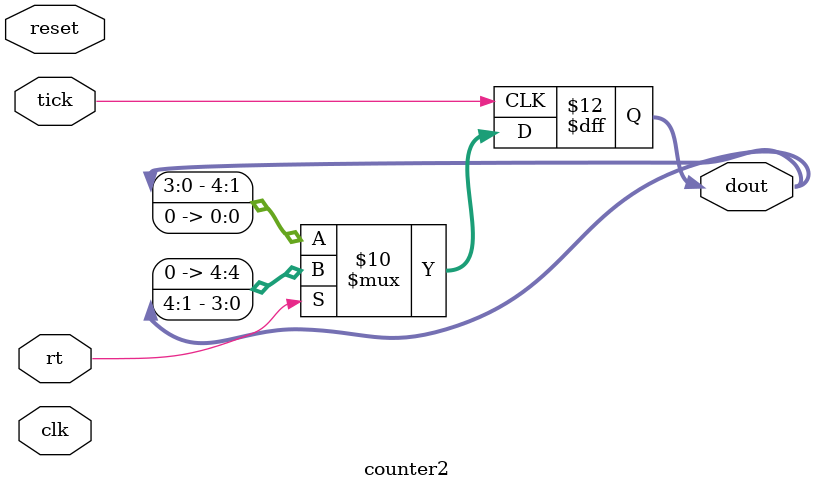
<source format=v>
module counter2(
input wire clk, reset, tick, rt,
output reg [4:0] dout
);

//Setting the initial value of "dout"
initial
begin
dout = 5'b00001;
end

always @(posedge tick)
begin
//Right Shift Register
if(rt)
	begin
		if((dout >> 1) == 5'b00000) dout <= 5'b10000;
		dout = dout >> 1;
	end
else 
//Left Shift Register
	begin
		if ((dout << 1) == 5'b00000) dout <= 5'b00001;
		dout = dout << 1;
	end
end
endmodule

</source>
